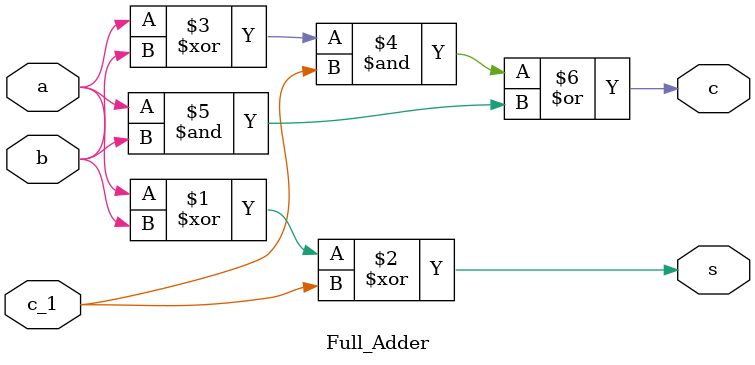
<source format=v>
module Full_Adder(a,b,c_1,s,c);
  input a,b,c_1;
  output s,c;

  wire s,c;

  assign s = a^b^c_1;
  assign c = ((a^b)&c_1)|(a&b);

endmodule

</source>
